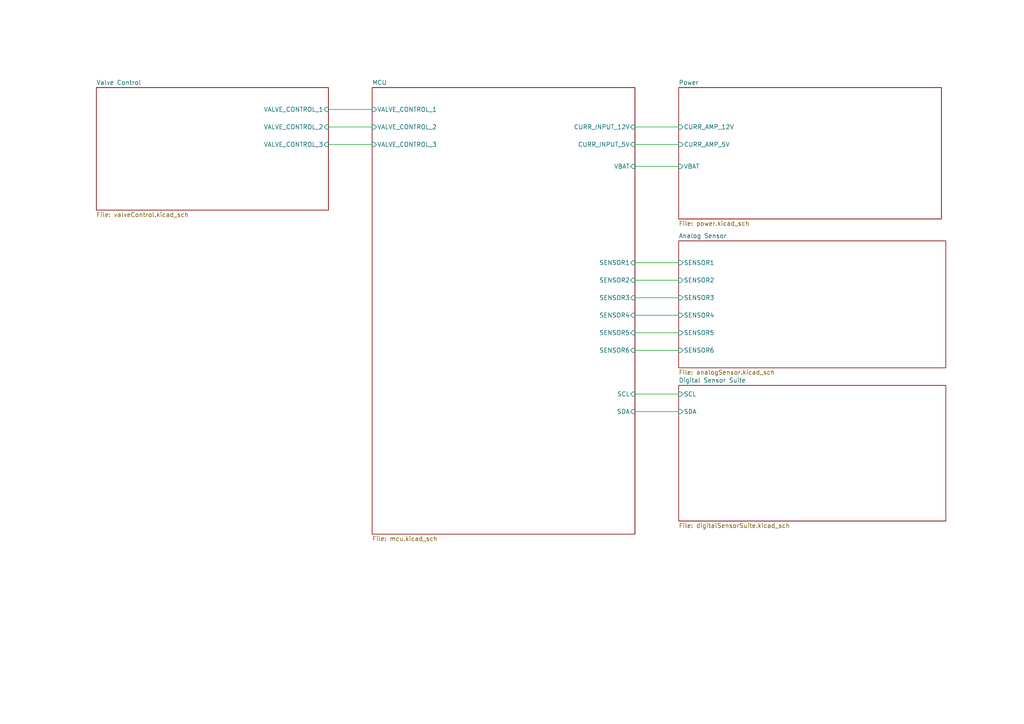
<source format=kicad_sch>
(kicad_sch
	(version 20231120)
	(generator "eeschema")
	(generator_version "8.0")
	(uuid "88c97d1e-364a-4c8a-b8a3-08e5c7306646")
	(paper "A4")
	(lib_symbols)
	(wire
		(pts
			(xy 184.15 81.28) (xy 196.85 81.28)
		)
		(stroke
			(width 0)
			(type default)
		)
		(uuid "155ce003-badc-4f34-a819-40b1aa032f57")
	)
	(wire
		(pts
			(xy 184.15 91.44) (xy 196.85 91.44)
		)
		(stroke
			(width 0)
			(type default)
		)
		(uuid "186411ba-0727-42ce-bd3f-75279da6c826")
	)
	(wire
		(pts
			(xy 184.15 119.38) (xy 196.85 119.38)
		)
		(stroke
			(width 0)
			(type default)
		)
		(uuid "3c0fe1cb-f653-4310-92fa-8a998681fef8")
	)
	(wire
		(pts
			(xy 184.15 76.2) (xy 196.85 76.2)
		)
		(stroke
			(width 0)
			(type default)
		)
		(uuid "3f50d823-e3d0-436e-948a-9cd9724c9dd0")
	)
	(wire
		(pts
			(xy 184.15 36.83) (xy 196.85 36.83)
		)
		(stroke
			(width 0)
			(type default)
		)
		(uuid "58510361-ffda-4b04-a75c-4a68913e7f23")
	)
	(wire
		(pts
			(xy 184.15 114.3) (xy 196.85 114.3)
		)
		(stroke
			(width 0)
			(type default)
		)
		(uuid "7517c840-fe08-462c-b7df-e81cf966c352")
	)
	(wire
		(pts
			(xy 184.15 41.91) (xy 196.85 41.91)
		)
		(stroke
			(width 0)
			(type default)
		)
		(uuid "794fac64-3ff4-4977-aa8c-c96fed671d54")
	)
	(wire
		(pts
			(xy 95.25 41.91) (xy 107.95 41.91)
		)
		(stroke
			(width 0)
			(type default)
		)
		(uuid "7c4a5117-5953-43ff-b995-8206f429e0b3")
	)
	(wire
		(pts
			(xy 95.25 36.83) (xy 107.95 36.83)
		)
		(stroke
			(width 0)
			(type default)
		)
		(uuid "8213a415-5b6a-4284-8576-c2ac27c1d41f")
	)
	(wire
		(pts
			(xy 184.15 101.6) (xy 196.85 101.6)
		)
		(stroke
			(width 0)
			(type default)
		)
		(uuid "9b018d05-61e0-4ab3-89de-2ad950366c86")
	)
	(wire
		(pts
			(xy 184.15 48.26) (xy 196.85 48.26)
		)
		(stroke
			(width 0)
			(type default)
		)
		(uuid "a026f9ea-e782-4907-8551-8f12ee6c08d5")
	)
	(wire
		(pts
			(xy 95.25 31.75) (xy 107.95 31.75)
		)
		(stroke
			(width 0)
			(type default)
		)
		(uuid "c3261778-6829-469b-9b73-41ce074febb4")
	)
	(wire
		(pts
			(xy 184.15 96.52) (xy 196.85 96.52)
		)
		(stroke
			(width 0)
			(type default)
		)
		(uuid "cbae4d01-3d4a-4205-b3ad-b1804639242d")
	)
	(wire
		(pts
			(xy 184.15 86.36) (xy 196.85 86.36)
		)
		(stroke
			(width 0)
			(type default)
		)
		(uuid "d3f0710d-d62e-4dfd-85f7-23b16b864296")
	)
	(sheet
		(at 196.85 111.76)
		(size 77.47 39.37)
		(fields_autoplaced yes)
		(stroke
			(width 0.1524)
			(type solid)
		)
		(fill
			(color 0 0 0 0.0000)
		)
		(uuid "3735567d-8e4f-4a67-a263-fd28cc5a52ea")
		(property "Sheetname" "Digital Sensor Suite"
			(at 196.85 111.0484 0)
			(effects
				(font
					(size 1.27 1.27)
				)
				(justify left bottom)
			)
		)
		(property "Sheetfile" "digitalSensorSuite.kicad_sch"
			(at 196.85 151.7146 0)
			(effects
				(font
					(size 1.27 1.27)
				)
				(justify left top)
			)
		)
		(pin "SDA" input
			(at 196.85 119.38 180)
			(effects
				(font
					(size 1.27 1.27)
				)
				(justify left)
			)
			(uuid "1b8b7ee3-2cd8-49ea-a465-ec8ed8aa5679")
		)
		(pin "SCL" input
			(at 196.85 114.3 180)
			(effects
				(font
					(size 1.27 1.27)
				)
				(justify left)
			)
			(uuid "dbd243a2-2a50-4f68-8990-493175d30603")
		)
		(instances
			(project "PropulsionBoard"
				(path "/88c97d1e-364a-4c8a-b8a3-08e5c7306646"
					(page "5")
				)
			)
		)
	)
	(sheet
		(at 27.94 25.4)
		(size 67.31 35.56)
		(fields_autoplaced yes)
		(stroke
			(width 0.1524)
			(type solid)
		)
		(fill
			(color 0 0 0 0.0000)
		)
		(uuid "4e2b4277-1aab-4bb4-bea2-f8a4db26a376")
		(property "Sheetname" "Valve Control"
			(at 27.94 24.6884 0)
			(effects
				(font
					(size 1.27 1.27)
				)
				(justify left bottom)
			)
		)
		(property "Sheetfile" "valveControl.kicad_sch"
			(at 27.94 61.5446 0)
			(effects
				(font
					(size 1.27 1.27)
				)
				(justify left top)
			)
		)
		(pin "VALVE_CONTROL_3" input
			(at 95.25 41.91 0)
			(effects
				(font
					(size 1.27 1.27)
				)
				(justify right)
			)
			(uuid "bf1aca03-5127-4c4a-b3bd-91e362d31f7a")
		)
		(pin "VALVE_CONTROL_2" input
			(at 95.25 36.83 0)
			(effects
				(font
					(size 1.27 1.27)
				)
				(justify right)
			)
			(uuid "e1e04ae0-29fe-4156-a575-22e4c5cff438")
		)
		(pin "VALVE_CONTROL_1" input
			(at 95.25 31.75 0)
			(effects
				(font
					(size 1.27 1.27)
				)
				(justify right)
			)
			(uuid "7c67c921-9347-49ac-aea2-aabe3cf5b968")
		)
		(instances
			(project "PropulsionBoard"
				(path "/88c97d1e-364a-4c8a-b8a3-08e5c7306646"
					(page "6")
				)
			)
		)
	)
	(sheet
		(at 107.95 25.4)
		(size 76.2 129.54)
		(fields_autoplaced yes)
		(stroke
			(width 0.1524)
			(type solid)
		)
		(fill
			(color 0 0 0 0.0000)
		)
		(uuid "6f39ef58-4819-4dd9-bb07-efab959424e9")
		(property "Sheetname" "MCU"
			(at 107.95 24.6884 0)
			(effects
				(font
					(size 1.27 1.27)
				)
				(justify left bottom)
			)
		)
		(property "Sheetfile" "mcu.kicad_sch"
			(at 107.95 155.5246 0)
			(effects
				(font
					(size 1.27 1.27)
				)
				(justify left top)
			)
		)
		(property "Field2" ""
			(at 107.95 25.4 0)
			(effects
				(font
					(size 1.27 1.27)
				)
				(hide yes)
			)
		)
		(pin "SENSOR1" input
			(at 184.15 76.2 0)
			(effects
				(font
					(size 1.27 1.27)
				)
				(justify right)
			)
			(uuid "0a2b1a58-3ef5-4d02-83c6-ff8c1349399e")
		)
		(pin "SENSOR2" input
			(at 184.15 81.28 0)
			(effects
				(font
					(size 1.27 1.27)
				)
				(justify right)
			)
			(uuid "c70f165e-a088-463a-a6e5-a13d2f542708")
		)
		(pin "SENSOR3" input
			(at 184.15 86.36 0)
			(effects
				(font
					(size 1.27 1.27)
				)
				(justify right)
			)
			(uuid "213e55d0-a75f-46a8-bf8e-9c12f0ef60a3")
		)
		(pin "SENSOR4" input
			(at 184.15 91.44 0)
			(effects
				(font
					(size 1.27 1.27)
				)
				(justify right)
			)
			(uuid "7ffdacdf-9c63-4a6c-855c-39edbdaeb7ff")
		)
		(pin "CURR_INPUT_12V" input
			(at 184.15 36.83 0)
			(effects
				(font
					(size 1.27 1.27)
				)
				(justify right)
			)
			(uuid "478ae4d1-da08-4659-a304-a639c499fdc3")
		)
		(pin "CURR_INPUT_5V" input
			(at 184.15 41.91 0)
			(effects
				(font
					(size 1.27 1.27)
				)
				(justify right)
			)
			(uuid "c47aaeda-4d76-4b4b-8ae8-94a125e21e36")
		)
		(pin "VBAT" input
			(at 184.15 48.26 0)
			(effects
				(font
					(size 1.27 1.27)
				)
				(justify right)
			)
			(uuid "9841f0d7-7449-44b0-b40d-7bdbd975e2a3")
		)
		(pin "SCL" input
			(at 184.15 114.3 0)
			(effects
				(font
					(size 1.27 1.27)
				)
				(justify right)
			)
			(uuid "0b3fee3f-4f8a-4141-a4a9-697c82f00a19")
		)
		(pin "SDA" input
			(at 184.15 119.38 0)
			(effects
				(font
					(size 1.27 1.27)
				)
				(justify right)
			)
			(uuid "c55c7c78-da0e-4d35-9c22-33c454ea94df")
		)
		(pin "VALVE_CONTROL_3" input
			(at 107.95 41.91 180)
			(effects
				(font
					(size 1.27 1.27)
				)
				(justify left)
			)
			(uuid "f638ba78-b808-4db7-9442-bd38dfc886d8")
		)
		(pin "VALVE_CONTROL_2" input
			(at 107.95 36.83 180)
			(effects
				(font
					(size 1.27 1.27)
				)
				(justify left)
			)
			(uuid "ea5a8259-b9f7-407b-914d-a0cc19cf2fa5")
		)
		(pin "VALVE_CONTROL_1" input
			(at 107.95 31.75 180)
			(effects
				(font
					(size 1.27 1.27)
				)
				(justify left)
			)
			(uuid "5210f135-d6fe-4f38-a3e7-85d04a74c02e")
		)
		(pin "SENSOR5" input
			(at 184.15 96.52 0)
			(effects
				(font
					(size 1.27 1.27)
				)
				(justify right)
			)
			(uuid "5c3bcc00-dbe6-4933-9646-196109b62047")
		)
		(pin "SENSOR6" input
			(at 184.15 101.6 0)
			(effects
				(font
					(size 1.27 1.27)
				)
				(justify right)
			)
			(uuid "1f97480e-b13e-4189-aad7-45307c165169")
		)
		(instances
			(project "PropulsionBoard"
				(path "/88c97d1e-364a-4c8a-b8a3-08e5c7306646"
					(page "2")
				)
			)
		)
	)
	(sheet
		(at 196.85 25.4)
		(size 76.2 38.1)
		(fields_autoplaced yes)
		(stroke
			(width 0.1524)
			(type solid)
		)
		(fill
			(color 0 0 0 0.0000)
		)
		(uuid "b23f8977-7563-46e0-bcaa-7fcc400b574c")
		(property "Sheetname" "Power"
			(at 196.85 24.6884 0)
			(effects
				(font
					(size 1.27 1.27)
				)
				(justify left bottom)
			)
		)
		(property "Sheetfile" "power.kicad_sch"
			(at 196.85 64.0846 0)
			(effects
				(font
					(size 1.27 1.27)
				)
				(justify left top)
			)
		)
		(pin "VBAT" input
			(at 196.85 48.26 180)
			(effects
				(font
					(size 1.27 1.27)
				)
				(justify left)
			)
			(uuid "a1d903e8-1b81-42fd-999e-9a09597d16ad")
		)
		(pin "CURR_AMP_5V" input
			(at 196.85 41.91 180)
			(effects
				(font
					(size 1.27 1.27)
				)
				(justify left)
			)
			(uuid "30d76984-5328-4c2c-a112-d35cdbda042b")
		)
		(pin "CURR_AMP_12V" input
			(at 196.85 36.83 180)
			(effects
				(font
					(size 1.27 1.27)
				)
				(justify left)
			)
			(uuid "f85dd120-46bb-4e72-b295-f2b99523316d")
		)
		(instances
			(project "PropulsionBoard"
				(path "/88c97d1e-364a-4c8a-b8a3-08e5c7306646"
					(page "3")
				)
			)
		)
	)
	(sheet
		(at 196.85 69.85)
		(size 77.47 36.83)
		(fields_autoplaced yes)
		(stroke
			(width 0.1524)
			(type solid)
		)
		(fill
			(color 0 0 0 0.0000)
		)
		(uuid "d8d6c0f2-25e3-4e03-a317-b95fc4402aed")
		(property "Sheetname" "Analog Sensor"
			(at 196.85 69.1384 0)
			(effects
				(font
					(size 1.27 1.27)
				)
				(justify left bottom)
			)
		)
		(property "Sheetfile" "analogSensor.kicad_sch"
			(at 196.85 107.2646 0)
			(effects
				(font
					(size 1.27 1.27)
				)
				(justify left top)
			)
		)
		(pin "SENSOR2" input
			(at 196.85 81.28 180)
			(effects
				(font
					(size 1.27 1.27)
				)
				(justify left)
			)
			(uuid "bd64d7f6-3a51-46e5-a050-a7f720994521")
		)
		(pin "SENSOR1" input
			(at 196.85 76.2 180)
			(effects
				(font
					(size 1.27 1.27)
				)
				(justify left)
			)
			(uuid "8256d766-877d-42bd-9562-4d7492457a60")
		)
		(pin "SENSOR3" input
			(at 196.85 86.36 180)
			(effects
				(font
					(size 1.27 1.27)
				)
				(justify left)
			)
			(uuid "d4806226-0e9f-43d4-bbcb-26db90951aad")
		)
		(pin "SENSOR4" input
			(at 196.85 91.44 180)
			(effects
				(font
					(size 1.27 1.27)
				)
				(justify left)
			)
			(uuid "f6f1a3b0-0c66-49ba-b939-d32ae17ba4f2")
		)
		(pin "SENSOR5" input
			(at 196.85 96.52 180)
			(effects
				(font
					(size 1.27 1.27)
				)
				(justify left)
			)
			(uuid "44924e4f-4b35-4d59-bb29-6710c49fc6e7")
		)
		(pin "SENSOR6" input
			(at 196.85 101.6 180)
			(effects
				(font
					(size 1.27 1.27)
				)
				(justify left)
			)
			(uuid "0091b9bc-c4b4-4de6-9cb4-c2bef8c4ebd7")
		)
		(instances
			(project "PropulsionBoard"
				(path "/88c97d1e-364a-4c8a-b8a3-08e5c7306646"
					(page "4")
				)
			)
		)
	)
	(sheet_instances
		(path "/"
			(page "1")
		)
	)
)

</source>
